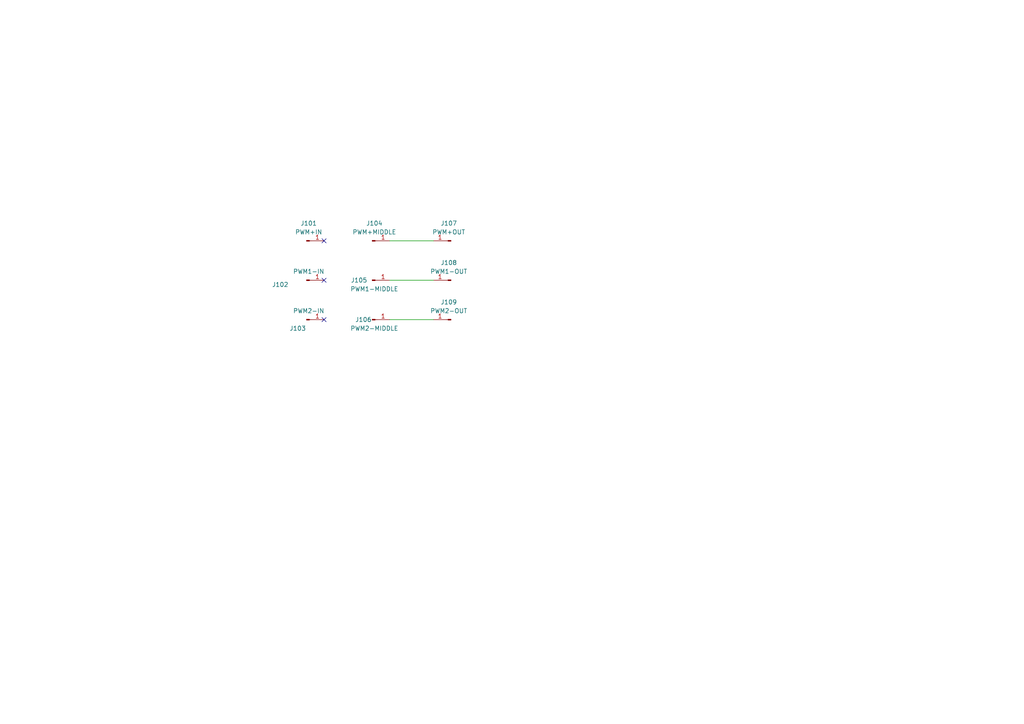
<source format=kicad_sch>
(kicad_sch (version 20230121) (generator eeschema)
  (paper "A4")
  (lib_symbols
    (symbol "Connector:Conn_01x01_Pin" (pin_names (offset 1.016) hide)
      (property "Reference" "J" (at 0 2.54 0))
      (property "Value" "Conn_01x01_Pin" (at 0 -2.54 0))
      (symbol "Conn_01x01_Pin_1_1"
        (polyline (pts (xy 1.27 0) (xy 0.8636 0)) (stroke (width 0.1524)))
        (rectangle (start 0.8636 0.127) (end 0 -0.127) (stroke (width 0.1524)) (fill (type outline)))
        (pin passive line (at 5.08 0 180) (length 3.81) (name "Pin_1") (number "1"))
      )
    )
  )
  (no_connect (at 93.98 69.85))
  (no_connect (at 93.98 81.28))
  (no_connect (at 93.98 92.71))
  (wire (pts (xy 113.03 81.28) (xy 125.73 81.28)))
  (wire (pts (xy 113.03 92.71) (xy 125.73 92.71)))
  (wire (pts (xy 113.03 69.85) (xy 125.73 69.85)))
  (symbol (lib_id "Connector:Conn_01x01_Pin") (at 107.95 92.71 0) (unit 1)
    (property "Reference" "J106" (at 105.41 92.71 0))
    (property "Value" "PWM2-MIDDLE" (at 108.585 95.25 0))
    (property "Footprint" "my_small_pad:my_small_pad" (effects hide))
  )
  (symbol (lib_id "Connector:Conn_01x01_Pin") (at 130.81 81.28 180) (unit 1)
    (property "Reference" "J108" (at 130.175 76.2 0))
    (property "Value" "PWM1-OUT" (at 130.175 78.74 0))
    (property "Footprint" "my_small_pad:my_small_pad" (effects hide))
  )
  (symbol (lib_id "Connector:Conn_01x01_Pin") (at 88.9 92.71 0) (unit 1)
    (property "Reference" "J103" (at 86.36 95.25 0))
    (property "Value" "PWM2-IN" (at 89.535 90.17 0))
    (property "Footprint" "MyPinSocket:MyPinSocket" (effects hide))
  )
  (symbol (lib_id "Connector:Conn_01x01_Pin") (at 88.9 69.85 0) (unit 1)
    (property "Reference" "J101" (at 89.535 64.77 0))
    (property "Value" "PWM+IN" (at 89.535 67.31 0))
    (property "Footprint" "MyPinSocket:MyPinSocket" (effects hide))
  )
  (symbol (lib_id "Connector:Conn_01x01_Pin") (at 130.81 92.71 180) (unit 1)
    (property "Reference" "J109" (at 130.175 87.63 0))
    (property "Value" "PWM2-OUT" (at 130.175 90.17 0))
    (property "Footprint" "my_small_pad:my_small_pad" (effects hide))
  )
  (symbol (lib_id "Connector:Conn_01x01_Pin") (at 130.81 69.85 180) (unit 1)
    (property "Reference" "J107" (at 130.175 64.77 0))
    (property "Value" "PWM+OUT" (at 130.175 67.31 0))
    (property "Footprint" "my_small_pad:my_small_pad" (effects hide))
  )
  (symbol (lib_id "Connector:Conn_01x01_Pin") (at 107.95 69.85 0) (unit 1)
    (property "Reference" "J104" (at 108.585 64.77 0))
    (property "Value" "PWM+MIDDLE" (at 108.585 67.31 0))
    (property "Footprint" "my_small_pad:my_small_pad" (effects hide))
  )
  (symbol (lib_id "Connector:Conn_01x01_Pin") (at 107.95 81.28 0) (unit 1)
    (property "Reference" "J105" (at 104.14 81.28 0))
    (property "Value" "PWM1-MIDDLE" (at 108.585 83.82 0))
    (property "Footprint" "my_small_pad:my_small_pad" (effects hide))
  )
  (symbol (lib_id "Connector:Conn_01x01_Pin") (at 88.9 81.28 0) (unit 1)
    (property "Reference" "J102" (at 81.28 82.55 0))
    (property "Value" "PWM1-IN" (at 89.535 78.74 0))
    (property "Footprint" "MyPinSocket:MyPinSocket" (effects hide))
  )
)
</source>
